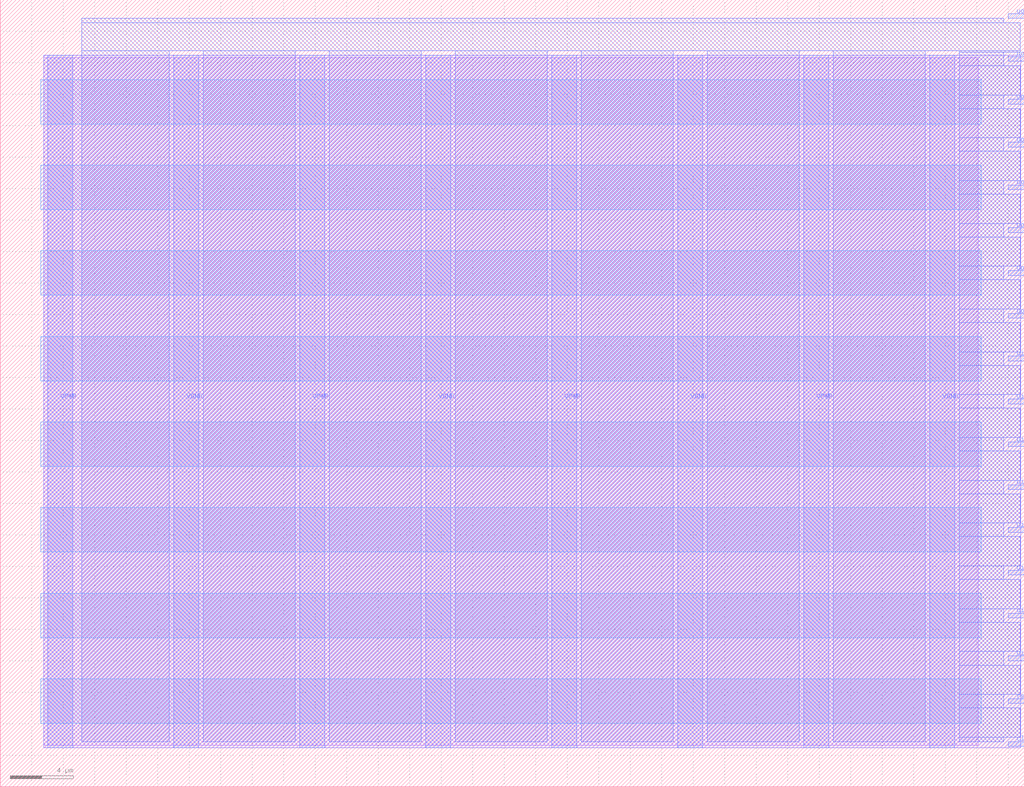
<source format=lef>
VERSION 5.7 ;
  NOWIREEXTENSIONATPIN ON ;
  DIVIDERCHAR "/" ;
  BUSBITCHARS "[]" ;
MACRO tt_um_roy1707018_ro2
  CLASS BLOCK ;
  FOREIGN tt_um_roy1707018_ro2 ;
  ORIGIN 0.000 0.000 ;
  SIZE 65.000 BY 50.000 ;
  PIN VGND
    DIRECTION INOUT ;
    USE GROUND ;
    PORT
      LAYER met2 ;
        RECT 11.000 2.480 12.600 46.480 ;
    END
    PORT
      LAYER met2 ;
        RECT 27.000 2.480 28.600 46.480 ;
    END
    PORT
      LAYER met2 ;
        RECT 43.000 2.480 44.600 46.480 ;
    END
    PORT
      LAYER met2 ;
        RECT 59.000 2.480 60.600 46.480 ;
    END
  END VGND
  PIN VPWR
    DIRECTION INOUT ;
    USE POWER ;
    PORT
      LAYER met2 ;
        RECT 3.000 2.480 4.600 46.480 ;
    END
    PORT
      LAYER met2 ;
        RECT 19.000 2.480 20.600 46.480 ;
    END
    PORT
      LAYER met2 ;
        RECT 35.000 2.480 36.600 46.480 ;
    END
    PORT
      LAYER met2 ;
        RECT 51.000 2.480 52.600 46.480 ;
    END
  END VPWR
  PIN clk
    DIRECTION INPUT ;
    USE SIGNAL ;
    ANTENNAGATEAREA 0.852000 ;
    PORT
      LAYER met2 ;
        RECT 64.000 2.570 65.000 2.870 ;
    END
  END clk
  PIN rst_n
    DIRECTION INPUT ;
    USE SIGNAL ;
    ANTENNAGATEAREA 0.196500 ;
    PORT
      LAYER met2 ;
        RECT 64.000 5.290 65.000 5.590 ;
    END
  END rst_n
  PIN ui_in[0]
    DIRECTION INPUT ;
    USE SIGNAL ;
    ANTENNAGATEAREA 0.196500 ;
    PORT
      LAYER met2 ;
        RECT 64.000 8.010 65.000 8.310 ;
    END
  END ui_in[0]
  PIN ui_in[1]
    DIRECTION INPUT ;
    USE SIGNAL ;
    ANTENNAGATEAREA 0.196500 ;
    PORT
      LAYER met2 ;
        RECT 64.000 10.730 65.000 11.030 ;
    END
  END ui_in[1]
  PIN ui_in[2]
    DIRECTION INPUT ;
    USE SIGNAL ;
    PORT
      LAYER met2 ;
        RECT 64.000 13.450 65.000 13.750 ;
    END
  END ui_in[2]
  PIN ui_in[3]
    DIRECTION INPUT ;
    USE SIGNAL ;
    PORT
      LAYER met2 ;
        RECT 64.000 16.170 65.000 16.470 ;
    END
  END ui_in[3]
  PIN ui_in[4]
    DIRECTION INPUT ;
    USE SIGNAL ;
    PORT
      LAYER met2 ;
        RECT 64.000 18.890 65.000 19.190 ;
    END
  END ui_in[4]
  PIN ui_in[5]
    DIRECTION INPUT ;
    USE SIGNAL ;
    PORT
      LAYER met2 ;
        RECT 64.000 21.610 65.000 21.910 ;
    END
  END ui_in[5]
  PIN ui_in[6]
    DIRECTION INPUT ;
    USE SIGNAL ;
    PORT
      LAYER met2 ;
        RECT 64.000 24.330 65.000 24.630 ;
    END
  END ui_in[6]
  PIN ui_in[7]
    DIRECTION INPUT ;
    USE SIGNAL ;
    PORT
      LAYER met2 ;
        RECT 64.000 27.050 65.000 27.350 ;
    END
  END ui_in[7]
  PIN uo_out[0]
    DIRECTION OUTPUT ;
    USE SIGNAL ;
    ANTENNADIFFAREA 0.445500 ;
    PORT
      LAYER met2 ;
        RECT 64.000 29.770 65.000 30.070 ;
    END
  END uo_out[0]
  PIN uo_out[1]
    DIRECTION OUTPUT ;
    USE SIGNAL ;
    ANTENNADIFFAREA 0.445500 ;
    PORT
      LAYER met2 ;
        RECT 64.000 32.490 65.000 32.790 ;
    END
  END uo_out[1]
  PIN uo_out[2]
    DIRECTION OUTPUT ;
    USE SIGNAL ;
    ANTENNADIFFAREA 0.445500 ;
    PORT
      LAYER met2 ;
        RECT 64.000 35.210 65.000 35.510 ;
    END
  END uo_out[2]
  PIN uo_out[3]
    DIRECTION OUTPUT ;
    USE SIGNAL ;
    ANTENNADIFFAREA 0.445500 ;
    PORT
      LAYER met2 ;
        RECT 64.000 37.930 65.000 38.230 ;
    END
  END uo_out[3]
  PIN uo_out[4]
    DIRECTION OUTPUT ;
    USE SIGNAL ;
    ANTENNADIFFAREA 0.445500 ;
    PORT
      LAYER met2 ;
        RECT 64.000 40.650 65.000 40.950 ;
    END
  END uo_out[4]
  PIN uo_out[5]
    DIRECTION OUTPUT ;
    USE SIGNAL ;
    ANTENNADIFFAREA 0.445500 ;
    PORT
      LAYER met2 ;
        RECT 64.000 43.370 65.000 43.670 ;
    END
  END uo_out[5]
  PIN uo_out[6]
    DIRECTION OUTPUT ;
    USE SIGNAL ;
    ANTENNADIFFAREA 0.445500 ;
    PORT
      LAYER met2 ;
        RECT 64.000 46.090 65.000 46.390 ;
    END
  END uo_out[6]
  PIN uo_out[7]
    DIRECTION OUTPUT ;
    USE SIGNAL ;
    ANTENNADIFFAREA 0.445500 ;
    PORT
      LAYER met2 ;
        RECT 64.000 48.810 65.000 49.110 ;
    END
  END uo_out[7]
  OBS
      LAYER nwell ;
        RECT 2.570 42.105 62.290 44.935 ;
        RECT 2.570 36.665 62.290 39.495 ;
        RECT 2.570 31.225 62.290 34.055 ;
        RECT 2.570 25.785 62.290 28.615 ;
        RECT 2.570 20.345 62.290 23.175 ;
        RECT 2.570 14.905 62.290 17.735 ;
        RECT 2.570 9.465 62.290 12.295 ;
        RECT 2.570 4.025 62.290 6.855 ;
      LAYER li1 ;
        RECT 2.760 2.635 62.100 46.325 ;
      LAYER met1 ;
        RECT 2.760 2.480 64.790 46.480 ;
      LAYER met2 ;
        RECT 5.160 48.530 63.720 48.810 ;
        RECT 5.160 46.760 64.760 48.530 ;
        RECT 5.160 2.870 10.720 46.760 ;
        RECT 12.880 2.870 18.720 46.760 ;
        RECT 20.880 2.870 26.720 46.760 ;
        RECT 28.880 2.870 34.720 46.760 ;
        RECT 36.880 2.870 42.720 46.760 ;
        RECT 44.880 2.870 50.720 46.760 ;
        RECT 52.880 2.870 58.720 46.760 ;
        RECT 60.880 46.670 64.760 46.760 ;
        RECT 60.880 45.810 63.720 46.670 ;
        RECT 60.880 43.950 64.760 45.810 ;
        RECT 60.880 43.090 63.720 43.950 ;
        RECT 60.880 41.230 64.760 43.090 ;
        RECT 60.880 40.370 63.720 41.230 ;
        RECT 60.880 38.510 64.760 40.370 ;
        RECT 60.880 37.650 63.720 38.510 ;
        RECT 60.880 35.790 64.760 37.650 ;
        RECT 60.880 34.930 63.720 35.790 ;
        RECT 60.880 33.070 64.760 34.930 ;
        RECT 60.880 32.210 63.720 33.070 ;
        RECT 60.880 30.350 64.760 32.210 ;
        RECT 60.880 29.490 63.720 30.350 ;
        RECT 60.880 27.630 64.760 29.490 ;
        RECT 60.880 26.770 63.720 27.630 ;
        RECT 60.880 24.910 64.760 26.770 ;
        RECT 60.880 24.050 63.720 24.910 ;
        RECT 60.880 22.190 64.760 24.050 ;
        RECT 60.880 21.330 63.720 22.190 ;
        RECT 60.880 19.470 64.760 21.330 ;
        RECT 60.880 18.610 63.720 19.470 ;
        RECT 60.880 16.750 64.760 18.610 ;
        RECT 60.880 15.890 63.720 16.750 ;
        RECT 60.880 14.030 64.760 15.890 ;
        RECT 60.880 13.170 63.720 14.030 ;
        RECT 60.880 11.310 64.760 13.170 ;
        RECT 60.880 10.450 63.720 11.310 ;
        RECT 60.880 8.590 64.760 10.450 ;
        RECT 60.880 7.730 63.720 8.590 ;
        RECT 60.880 5.870 64.760 7.730 ;
        RECT 60.880 5.010 63.720 5.870 ;
        RECT 60.880 3.150 64.760 5.010 ;
        RECT 60.880 2.870 63.720 3.150 ;
  END
END tt_um_roy1707018_ro2
END LIBRARY


</source>
